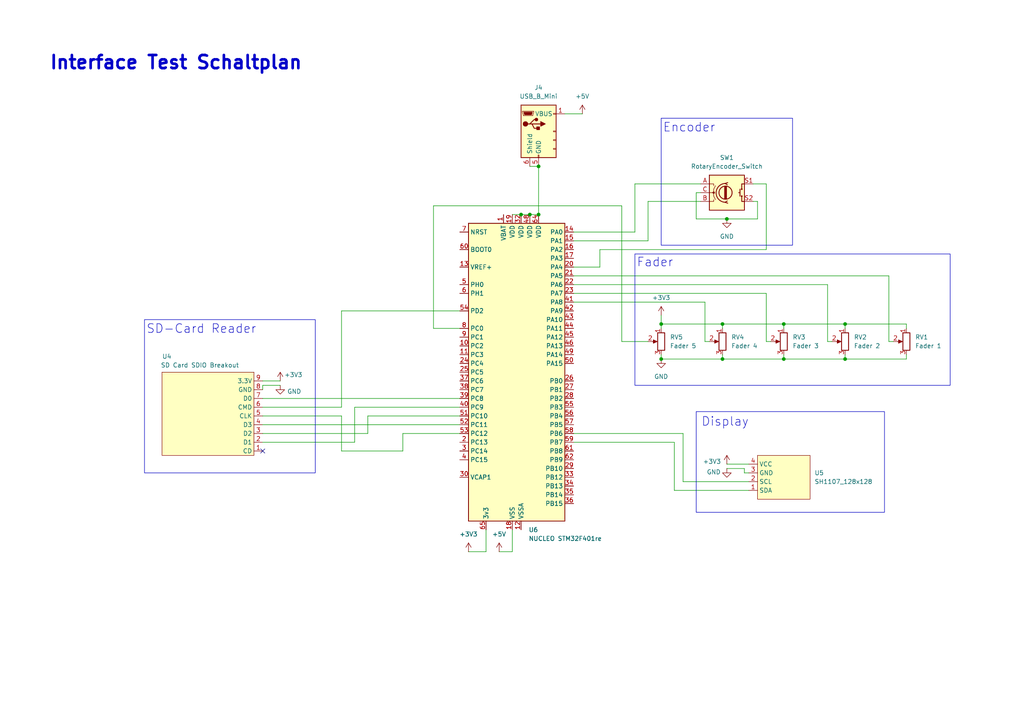
<source format=kicad_sch>
(kicad_sch (version 20231120) (generator "eeschema") (generator_version "8.0")
  (paper "A4")
  (lib_symbols
    (symbol "Connector:USB_B_Mini" (pin_names (offset 1.016))
      (property "Reference" "J1" (at 0 12.7 0))
      (property "Value" "USB_B_Mini" (at 0 10.16 0))
      (symbol "USB_B_Mini_0_1"
        (rectangle (start -5.08 7.62) (end 5.08 -7.62) (stroke (width 0.254)) (fill (type background)))
        (circle (center -3.81 2.159) (radius 0.635) (stroke (width 0.254)) (fill (type outline)))
        (circle (center -0.635 3.429) (radius 0.381) (stroke (width 0.254)) (fill (type outline)))
        (rectangle (start -0.127 -7.62) (end 0.127 -6.858))
        (polyline (pts (xy -1.905 2.159) (xy 0.635 2.159)) (stroke (width 0.254)))
        (polyline (pts (xy -3.175 2.159) (xy -2.54 2.159) (xy -1.27 3.429) (xy -0.635 3.429)) (stroke (width 0.254)))
        (polyline (pts (xy -2.54 2.159) (xy -1.905 2.159) (xy -1.27 0.889) (xy 0 0.889)) (stroke (width 0.254)))
        (polyline (pts (xy 0.635 2.794) (xy 0.635 1.524) (xy 1.905 2.159) (xy 0.635 2.794)) (stroke (width 0.254)) (fill (type outline)))
        (polyline (pts (xy -4.318 5.588) (xy -1.778 5.588) (xy -2.032 4.826) (xy -4.064 4.826) (xy -4.318 5.588)) (fill (type outline)))
        (polyline (pts (xy -4.699 5.842) (xy -4.699 5.588) (xy -4.445 4.826) (xy -4.445 4.572) (xy -1.651 4.572) (xy -1.651 4.826) (xy -1.397 5.588) (xy -1.397 5.842) (xy -4.699 5.842)))
        (rectangle (start 0.254 1.27) (end -0.508 0.508) (stroke (width 0.254)) (fill (type outline)))
        (rectangle (start 5.08 -5.207) (end 4.318 -4.953))
        (rectangle (start 5.08 -2.667) (end 4.318 -2.413))
        (rectangle (start 5.08 -0.127) (end 4.318 0.127))
        (rectangle (start 5.08 4.953) (end 4.318 5.207))
      )
      (symbol "USB_B_Mini_1_1"
        (pin power_out line (at 7.62 5.08 180) (length 2.54) (name "VBUS") (number "1"))
        (pin power_out line (at 0 -10.16 90) (length 2.54) (name "GND") (number "5"))
        (pin passive line (at -2.54 -10.16 90) (length 2.54) (name "Shield") (number "6"))
      )
    )
    (symbol "Device:R_Potentiometer" (pin_names (offset 1.016) hide)
      (property "Reference" "RV" (at -4.445 0 90))
      (property "Value" "R_Potentiometer" (at -2.54 0 90))
      (symbol "R_Potentiometer_0_1"
        (polyline (pts (xy 2.54 0) (xy 1.524 0)))
        (polyline (pts (xy 1.143 0) (xy 2.286 0.508) (xy 2.286 -0.508) (xy 1.143 0)) (fill (type outline)))
        (rectangle (start 1.016 2.54) (end -1.016 -2.54) (stroke (width 0.254)))
      )
      (symbol "R_Potentiometer_1_1"
        (pin passive line (at 0 3.81 270) (length 1.27) (name "1") (number "1"))
        (pin passive line (at 3.81 0 180) (length 1.27) (name "2") (number "2"))
        (pin passive line (at 0 -3.81 90) (length 1.27) (name "3") (number "3"))
      )
    )
    (symbol "Device:RotaryEncoder_Switch" (pin_names (offset 0.254) hide)
      (property "Reference" "SW" (at 0 6.604 0))
      (property "Value" "RotaryEncoder_Switch" (at 0 -6.604 0))
      (symbol "RotaryEncoder_Switch_0_1"
        (rectangle (start -5.08 5.08) (end 5.08 -5.08) (stroke (width 0.254)) (fill (type background)))
        (circle (center -3.81 0) (radius 0.254) (fill (type outline)))
        (circle (center -0.381 0) (radius 1.905) (stroke (width 0.254)))
        (arc (start -0.381 2.667) (mid -3.0988 -0.0635) (end -0.381 -2.794) (stroke (width 0.254)))
        (polyline (pts (xy -0.635 -1.778) (xy -0.635 1.778)) (stroke (width 0.254)))
        (polyline (pts (xy -0.381 -1.778) (xy -0.381 1.778)) (stroke (width 0.254)))
        (polyline (pts (xy -0.127 1.778) (xy -0.127 -1.778)) (stroke (width 0.254)))
        (polyline (pts (xy 3.81 0) (xy 3.429 0)) (stroke (width 0.254)))
        (polyline (pts (xy 3.81 1.016) (xy 3.81 -1.016)) (stroke (width 0.254)))
        (polyline (pts (xy -5.08 -2.54) (xy -3.81 -2.54) (xy -3.81 -2.032)))
        (polyline (pts (xy -5.08 2.54) (xy -3.81 2.54) (xy -3.81 2.032)))
        (polyline (pts (xy 0.254 -3.048) (xy -0.508 -2.794) (xy 0.127 -2.413)) (stroke (width 0.254)))
        (polyline (pts (xy 0.254 2.921) (xy -0.508 2.667) (xy 0.127 2.286)) (stroke (width 0.254)))
        (polyline (pts (xy 5.08 -2.54) (xy 4.318 -2.54) (xy 4.318 -1.016)) (stroke (width 0.254)))
        (polyline (pts (xy 5.08 2.54) (xy 4.318 2.54) (xy 4.318 1.016)) (stroke (width 0.254)))
        (polyline (pts (xy -5.08 0) (xy -3.81 0) (xy -3.81 -1.016) (xy -3.302 -2.032)))
        (polyline (pts (xy -4.318 0) (xy -3.81 0) (xy -3.81 1.016) (xy -3.302 2.032)))
        (circle (center 4.318 -1.016) (radius 0.127) (stroke (width 0.254)))
        (circle (center 4.318 1.016) (radius 0.127) (stroke (width 0.254)))
      )
      (symbol "RotaryEncoder_Switch_1_1"
        (pin passive line (at -7.62 2.54 0) (length 2.54) (name "A") (number "A"))
        (pin passive line (at -7.62 -2.54 0) (length 2.54) (name "B") (number "B"))
        (pin passive line (at -7.62 0 0) (length 2.54) (name "C") (number "C"))
        (pin passive line (at 7.62 2.54 180) (length 2.54) (name "S1") (number "S1"))
        (pin passive line (at 7.62 -2.54 180) (length 2.54) (name "S2") (number "S2"))
      )
    )
    (symbol "MCU_ST_STM32F4:STM32F401RETx"
      (property "Reference" "U1" (at 4.7341 -45.72 0))
      (property "Value" "NUCLEO STM32F401re" (at 4.7341 -48.26 0))
      (symbol "STM32F401RETx_0_1"
        (rectangle (start -12.7 43.18) (end 15.24 -43.18) (stroke (width 0.254)) (fill (type background)))
      )
      (symbol "STM32F401RETx_1_1"
        (pin power_in line (at -2.54 45.72 270) (length 2.54) (name "VBAT") (number "1"))
        (pin bidirectional line (at -15.24 7.62 0) (length 2.54) (name "PC2") (number "10"))
        (pin bidirectional line (at -15.24 5.08 0) (length 2.54) (name "PC3") (number "11"))
        (pin power_in line (at 2.54 -45.72 90) (length 2.54) (name "VSSA") (number "12"))
        (pin input line (at -15.24 30.48 0) (length 2.54) (name "VREF+") (number "13"))
        (pin bidirectional line (at 17.78 40.64 180) (length 2.54) (name "PA0") (number "14"))
        (pin bidirectional line (at 17.78 38.1 180) (length 2.54) (name "PA1") (number "15"))
        (pin bidirectional line (at 17.78 35.56 180) (length 2.54) (name "PA2") (number "16"))
        (pin bidirectional line (at 17.78 33.02 180) (length 2.54) (name "PA3") (number "17"))
        (pin power_in line (at 0 -45.72 90) (length 2.54) (name "VSS") (number "18"))
        (pin power_in line (at 0 45.72 270) (length 2.54) (name "VDD") (number "19"))
        (pin bidirectional line (at -15.24 -20.32 0) (length 2.54) (name "PC13") (number "2"))
        (pin bidirectional line (at 17.78 30.48 180) (length 2.54) (name "PA4") (number "20"))
        (pin bidirectional line (at 17.78 27.94 180) (length 2.54) (name "PA5") (number "21"))
        (pin bidirectional line (at 17.78 25.4 180) (length 2.54) (name "PA6") (number "22"))
        (pin bidirectional line (at 17.78 22.86 180) (length 2.54) (name "PA7") (number "23"))
        (pin bidirectional line (at -15.24 2.54 0) (length 2.54) (name "PC4") (number "24"))
        (pin bidirectional line (at -15.24 0 0) (length 2.54) (name "PC5") (number "25"))
        (pin bidirectional line (at 17.78 -2.54 180) (length 2.54) (name "PB0") (number "26"))
        (pin bidirectional line (at 17.78 -5.08 180) (length 2.54) (name "PB1") (number "27"))
        (pin bidirectional line (at 17.78 -7.62 180) (length 2.54) (name "PB2") (number "28"))
        (pin bidirectional line (at 17.78 -27.94 180) (length 2.54) (name "PB10") (number "29"))
        (pin bidirectional line (at -15.24 -22.86 0) (length 2.54) (name "PC14") (number "3"))
        (pin power_out line (at -15.24 -30.48 0) (length 2.54) (name "VCAP1") (number "30"))
        (pin passive line (at 0 -45.72 90) (length 2.54) hide (name "VSS") (number "31"))
        (pin power_in line (at 2.54 45.72 270) (length 2.54) (name "VDD") (number "32"))
        (pin bidirectional line (at 17.78 -30.48 180) (length 2.54) (name "PB12") (number "33"))
        (pin bidirectional line (at 17.78 -33.02 180) (length 2.54) (name "PB13") (number "34"))
        (pin bidirectional line (at 17.78 -35.56 180) (length 2.54) (name "PB14") (number "35"))
        (pin bidirectional line (at 17.78 -38.1 180) (length 2.54) (name "PB15") (number "36"))
        (pin bidirectional line (at -15.24 -2.54 0) (length 2.54) (name "PC6") (number "37"))
        (pin bidirectional line (at -15.24 -5.08 0) (length 2.54) (name "PC7") (number "38"))
        (pin bidirectional line (at -15.24 -7.62 0) (length 2.54) (name "PC8") (number "39"))
        (pin bidirectional line (at -15.24 -25.4 0) (length 2.54) (name "PC15") (number "4"))
        (pin bidirectional line (at -15.24 -10.16 0) (length 2.54) (name "PC9") (number "40"))
        (pin bidirectional line (at 17.78 20.32 180) (length 2.54) (name "PA8") (number "41"))
        (pin bidirectional line (at 17.78 17.78 180) (length 2.54) (name "PA9") (number "42"))
        (pin bidirectional line (at 17.78 15.24 180) (length 2.54) (name "PA10") (number "43"))
        (pin bidirectional line (at 17.78 12.7 180) (length 2.54) (name "PA11") (number "44"))
        (pin bidirectional line (at 17.78 10.16 180) (length 2.54) (name "PA12") (number "45"))
        (pin bidirectional line (at 17.78 7.62 180) (length 2.54) (name "PA13") (number "46"))
        (pin passive line (at 0 -45.72 90) (length 2.54) hide (name "VSS") (number "47"))
        (pin power_in line (at 5.08 45.72 270) (length 2.54) (name "VDD") (number "48"))
        (pin bidirectional line (at 17.78 5.08 180) (length 2.54) (name "PA14") (number "49"))
        (pin bidirectional line (at -15.24 25.4 0) (length 2.54) (name "PH0") (number "5"))
        (pin bidirectional line (at 17.78 2.54 180) (length 2.54) (name "PA15") (number "50"))
        (pin bidirectional line (at -15.24 -12.7 0) (length 2.54) (name "PC10") (number "51"))
        (pin bidirectional line (at -15.24 -15.24 0) (length 2.54) (name "PC11") (number "52"))
        (pin bidirectional line (at -15.24 -17.78 0) (length 2.54) (name "PC12") (number "53"))
        (pin bidirectional line (at -15.24 17.78 0) (length 2.54) (name "PD2") (number "54"))
        (pin bidirectional line (at 17.78 -10.16 180) (length 2.54) (name "PB3") (number "55"))
        (pin bidirectional line (at 17.78 -12.7 180) (length 2.54) (name "PB4") (number "56"))
        (pin bidirectional line (at 17.78 -15.24 180) (length 2.54) (name "PB5") (number "57"))
        (pin bidirectional line (at 17.78 -17.78 180) (length 2.54) (name "PB6") (number "58"))
        (pin bidirectional line (at 17.78 -20.32 180) (length 2.54) (name "PB7") (number "59"))
        (pin bidirectional line (at -15.24 22.86 0) (length 2.54) (name "PH1") (number "6"))
        (pin input line (at -15.24 35.56 0) (length 2.54) (name "BOOT0") (number "60"))
        (pin bidirectional line (at 17.78 -22.86 180) (length 2.54) (name "PB8") (number "61"))
        (pin bidirectional line (at 17.78 -25.4 180) (length 2.54) (name "PB9") (number "62"))
        (pin passive line (at 0 -45.72 90) (length 2.54) hide (name "VSS") (number "63"))
        (pin power_in line (at 7.62 45.72 270) (length 2.54) (name "VDD") (number "64"))
        (pin power_out line (at -7.62 -45.72 90) (length 2.54) (name "3v3") (number "65"))
        (pin input line (at -15.24 40.64 0) (length 2.54) (name "NRST") (number "7"))
        (pin bidirectional line (at -15.24 12.7 0) (length 2.54) (name "PC0") (number "8"))
        (pin bidirectional line (at -15.24 10.16 0) (length 2.54) (name "PC1") (number "9"))
      )
    )
    (symbol "New_Library:128x128Display"
      (property "Reference" "U" (at 0.508 11.176 0))
      (property "Value" "SH1107_128x128" (at 8.128 9.144 0))
      (symbol "128x128Display_1_1"
        (rectangle (start 0 7.62) (end 15.24 -5.08) (fill (type background)))
        (pin input line (at -2.54 -2.54 0) (length 2.54) (name "SDA") (number "1"))
        (pin input line (at -2.54 0 0) (length 2.54) (name "SCL") (number "2"))
        (pin power_in line (at -2.54 2.54 0) (length 2.54) (name "GND") (number "3"))
        (pin power_in line (at -2.54 5.08 0) (length 2.54) (name "VCC") (number "4"))
      )
    )
    (symbol "New_Library:Waveshare_SD_Card_Breakout"
      (property "Reference" "U" (at -12.192 16.51 0))
      (property "Value" "SD Card SDIO Breakout" (at -1.524 14.224 0))
      (symbol "Waveshare_SD_Card_Breakout_1_1"
        (rectangle (start -12.7 12.7) (end 13.97 -11.43) (fill (type background)))
        (pin output line (at -15.24 -10.16 0) (length 2.54) (name "CD") (number "1"))
        (pin bidirectional line (at -15.24 -7.62 0) (length 2.54) (name "D1") (number "2"))
        (pin bidirectional line (at -15.24 -5.08 0) (length 2.54) (name "D2") (number "3"))
        (pin bidirectional line (at -15.24 -2.54 0) (length 2.54) (name "D3") (number "4"))
        (pin input line (at -15.24 0 0) (length 2.54) (name "CLK") (number "5"))
        (pin input line (at -15.24 2.54 0) (length 2.54) (name "CMD") (number "6"))
        (pin bidirectional line (at -15.24 5.08 0) (length 2.54) (name "D0") (number "7"))
        (pin power_in line (at -15.24 7.62 0) (length 2.54) (name "GND") (number "8"))
        (pin power_in line (at -15.24 10.16 0) (length 2.54) (name "3.3V") (number "9"))
      )
    )
    (symbol "power:+3V3" (power) (pin_numbers hide) (pin_names (offset 0) hide)
      (property "Value" "+3V3" (at 0 3.556 0))
      (symbol "+3V3_0_1"
        (polyline (pts (xy -0.762 1.27) (xy 0 2.54)))
        (polyline (pts (xy 0 0) (xy 0 2.54)))
        (polyline (pts (xy 0 2.54) (xy 0.762 1.27)))
      )
      (symbol "+3V3_1_1"
        (pin power_in line (at 0 0 90) (length 0) (name "~") (number "1"))
      )
    )
    (symbol "power:+5V" (power) (pin_numbers hide) (pin_names (offset 0) hide)
      (property "Value" "+5V" (at 0 3.556 0))
      (symbol "+5V_0_1"
        (polyline (pts (xy -0.762 1.27) (xy 0 2.54)))
        (polyline (pts (xy 0 0) (xy 0 2.54)))
        (polyline (pts (xy 0 2.54) (xy 0.762 1.27)))
      )
      (symbol "+5V_1_1"
        (pin power_in line (at 0 0 90) (length 0) (name "~") (number "1"))
      )
    )
    (symbol "power:GND" (power) (pin_numbers hide) (pin_names (offset 0) hide)
      (property "Value" "GND" (at 0 -3.81 0))
      (symbol "GND_0_1"
        (polyline (pts (xy 0 0) (xy 0 -1.27) (xy 1.27 -1.27) (xy 0 -2.54) (xy -1.27 -1.27) (xy 0 -1.27)))
      )
      (symbol "GND_1_1"
        (pin power_in line (at 0 0 270) (length 0) (name "~") (number "1"))
      )
    )
  )
  (junction (at 209.55 104.14))
  (junction (at 151.13 62.23))
  (junction (at 227.33 93.98))
  (junction (at 156.21 62.23))
  (junction (at 191.77 93.98))
  (junction (at 245.11 104.14))
  (junction (at 153.67 62.23))
  (junction (at 209.55 93.98))
  (junction (at 245.11 93.98))
  (junction (at 156.21 48.26))
  (junction (at 191.77 104.14))
  (junction (at 227.33 104.14))
  (junction (at 210.82 63.5))
  (no_connect (at 76.2 130.81))
  (wire (pts (xy 153.67 62.23) (xy 151.13 62.23)))
  (wire (pts (xy 210.82 135.89) (xy 215.9 135.89)))
  (wire (pts (xy 166.37 69.85) (xy 187.96 69.85)))
  (wire (pts (xy 133.35 120.65) (xy 106.68 120.65)))
  (wire (pts (xy 227.33 104.14) (xy 209.55 104.14)))
  (wire (pts (xy 125.73 59.69) (xy 180.34 59.69)))
  (wire (pts (xy 133.35 90.17) (xy 99.06 90.17)))
  (wire (pts (xy 156.21 62.23) (xy 153.67 62.23)))
  (wire (pts (xy 180.34 59.69) (xy 180.34 99.06)))
  (wire (pts (xy 222.25 53.34) (xy 222.25 72.39)))
  (wire (pts (xy 201.93 55.88) (xy 201.93 63.5)))
  (wire (pts (xy 99.06 130.81) (xy 99.06 120.65)))
  (wire (pts (xy 99.06 120.65) (xy 76.2 120.65)))
  (wire (pts (xy 209.55 93.98) (xy 191.77 93.98)))
  (wire (pts (xy 203.2 53.34) (xy 184.15 53.34)))
  (wire (pts (xy 203.2 58.42) (xy 187.96 58.42)))
  (wire (pts (xy 166.37 82.55) (xy 240.03 82.55)))
  (wire (pts (xy 116.84 125.73) (xy 116.84 130.81)))
  (wire (pts (xy 210.82 134.62) (xy 217.17 134.62)))
  (wire (pts (xy 99.06 118.11) (xy 76.2 118.11)))
  (wire (pts (xy 262.89 93.98) (xy 245.11 93.98)))
  (wire (pts (xy 204.47 87.63) (xy 204.47 99.06)))
  (wire (pts (xy 125.73 95.25) (xy 125.73 59.69)))
  (wire (pts (xy 245.11 93.98) (xy 245.11 95.25)))
  (wire (pts (xy 195.58 128.27) (xy 166.37 128.27)))
  (wire (pts (xy 102.87 118.11) (xy 102.87 128.27)))
  (wire (pts (xy 151.13 62.23) (xy 148.59 62.23)))
  (wire (pts (xy 257.81 80.01) (xy 257.81 99.06)))
  (wire (pts (xy 227.33 102.87) (xy 227.33 104.14)))
  (wire (pts (xy 209.55 102.87) (xy 209.55 104.14)))
  (wire (pts (xy 218.44 53.34) (xy 222.25 53.34)))
  (wire (pts (xy 184.15 67.31) (xy 166.37 67.31)))
  (wire (pts (xy 262.89 104.14) (xy 245.11 104.14)))
  (wire (pts (xy 76.2 123.19) (xy 133.35 123.19)))
  (wire (pts (xy 204.47 99.06) (xy 205.74 99.06)))
  (wire (pts (xy 76.2 110.49) (xy 81.28 110.49)))
  (wire (pts (xy 198.12 139.7) (xy 217.17 139.7)))
  (wire (pts (xy 227.33 93.98) (xy 209.55 93.98)))
  (wire (pts (xy 166.37 85.09) (xy 222.25 85.09)))
  (wire (pts (xy 106.68 125.73) (xy 76.2 125.73)))
  (wire (pts (xy 184.15 53.34) (xy 184.15 67.31)))
  (wire (pts (xy 240.03 99.06) (xy 241.3 99.06)))
  (wire (pts (xy 76.2 111.76) (xy 81.28 111.76)))
  (wire (pts (xy 106.68 120.65) (xy 106.68 125.73)))
  (wire (pts (xy 215.9 137.16) (xy 217.17 137.16)))
  (wire (pts (xy 133.35 95.25) (xy 125.73 95.25)))
  (wire (pts (xy 262.89 102.87) (xy 262.89 104.14)))
  (wire (pts (xy 173.99 72.39) (xy 173.99 77.47)))
  (wire (pts (xy 219.71 58.42) (xy 218.44 58.42)))
  (wire (pts (xy 195.58 142.24) (xy 195.58 128.27)))
  (wire (pts (xy 133.35 125.73) (xy 116.84 125.73)))
  (wire (pts (xy 191.77 93.98) (xy 191.77 95.25)))
  (wire (pts (xy 245.11 102.87) (xy 245.11 104.14)))
  (wire (pts (xy 116.84 130.81) (xy 99.06 130.81)))
  (wire (pts (xy 222.25 99.06) (xy 223.52 99.06)))
  (wire (pts (xy 215.9 135.89) (xy 215.9 137.16)))
  (wire (pts (xy 133.35 118.11) (xy 102.87 118.11)))
  (wire (pts (xy 148.59 160.02) (xy 144.78 160.02)))
  (wire (pts (xy 227.33 93.98) (xy 227.33 95.25)))
  (wire (pts (xy 198.12 139.7) (xy 198.12 125.73)))
  (wire (pts (xy 153.67 48.26) (xy 156.21 48.26)))
  (wire (pts (xy 156.21 48.26) (xy 156.21 62.23)))
  (wire (pts (xy 76.2 115.57) (xy 133.35 115.57)))
  (wire (pts (xy 245.11 104.14) (xy 227.33 104.14)))
  (wire (pts (xy 173.99 77.47) (xy 166.37 77.47)))
  (wire (pts (xy 76.2 111.76) (xy 76.2 113.03)))
  (wire (pts (xy 102.87 128.27) (xy 76.2 128.27)))
  (wire (pts (xy 140.97 160.02) (xy 135.89 160.02)))
  (wire (pts (xy 187.96 99.06) (xy 180.34 99.06)))
  (wire (pts (xy 219.71 63.5) (xy 219.71 58.42)))
  (wire (pts (xy 195.58 142.24) (xy 217.17 142.24)))
  (wire (pts (xy 140.97 153.67) (xy 140.97 160.02)))
  (wire (pts (xy 198.12 125.73) (xy 166.37 125.73)))
  (wire (pts (xy 222.25 85.09) (xy 222.25 99.06)))
  (wire (pts (xy 148.59 153.67) (xy 148.59 160.02)))
  (wire (pts (xy 191.77 91.44) (xy 191.77 93.98)))
  (wire (pts (xy 209.55 93.98) (xy 209.55 95.25)))
  (wire (pts (xy 201.93 63.5) (xy 210.82 63.5)))
  (wire (pts (xy 257.81 99.06) (xy 259.08 99.06)))
  (wire (pts (xy 209.55 104.14) (xy 191.77 104.14)))
  (wire (pts (xy 191.77 102.87) (xy 191.77 104.14)))
  (wire (pts (xy 245.11 93.98) (xy 227.33 93.98)))
  (wire (pts (xy 166.37 87.63) (xy 204.47 87.63)))
  (wire (pts (xy 166.37 80.01) (xy 257.81 80.01)))
  (wire (pts (xy 262.89 95.25) (xy 262.89 93.98)))
  (wire (pts (xy 163.83 33.02) (xy 168.91 33.02)))
  (wire (pts (xy 99.06 90.17) (xy 99.06 118.11)))
  (wire (pts (xy 240.03 82.55) (xy 240.03 99.06)))
  (wire (pts (xy 219.71 63.5) (xy 210.82 63.5)))
  (wire (pts (xy 203.2 55.88) (xy 201.93 55.88)))
  (wire (pts (xy 187.96 58.42) (xy 187.96 69.85)))
  (wire (pts (xy 222.25 72.39) (xy 173.99 72.39)))
  (rectangle (start 191.77 34.29) (end 229.87 71.12))
  (rectangle (start 41.91 92.71) (end 91.44 137.16))
  (rectangle (start 184.15 73.66) (end 275.59 111.76))
  (rectangle (start 201.93 119.38) (end 256.54 148.59))
  (text "Encoder" (at 199.898 37.084 0) (effects (font (size 2.54 2.54))))
  (text "Interface Test Schaltplan" (at 51.054 18.288 0) (effects (font (size 3.81 3.81) (thickness 0.762) (bold yes))))
  (text "Display" (at 210.312 122.428 0) (effects (font (size 2.54 2.54))))
  (text "SD-Card Reader" (at 58.42 95.504 0) (effects (font (size 2.54 2.54))))
  (text "Fader" (at 189.992 76.2 0) (effects (font (size 2.54 2.54))))
  (symbol (lib_id "Device:R_Potentiometer") (at 191.77 99.06 0) (mirror y) (unit 1)
    (property "Reference" "RV5" (at 194.31 97.7899 0) (effects (justify right)))
    (property "Value" "Fader 5" (at 194.31 100.3299 0) (effects (justify right)))
    (property "Description" "Potentiometer" (effects (hide yes)))
  )
  (symbol (lib_id "Device:R_Potentiometer") (at 227.33 99.06 0) (mirror y) (unit 1)
    (property "Reference" "RV3" (at 229.87 97.7899 0) (effects (justify right)))
    (property "Value" "Fader 3" (at 229.87 100.3299 0) (effects (justify right)))
    (property "Description" "Potentiometer" (effects (hide yes)))
  )
  (symbol (lib_id "New_Library:Waveshare_SD_Card_Breakout") (at 60.96 120.65 0) (mirror y) (unit 1)
    (property "Reference" "U4" (at 49.784 103.378 0) (effects (justify left)))
    (property "Value" "SD Card SDIO Breakout" (at 69.342 105.918 0) (effects (justify left)))
  )
  (symbol (lib_id "Device:R_Potentiometer") (at 262.89 99.06 0) (mirror y) (unit 1)
    (property "Reference" "RV1" (at 265.43 97.7899 0) (effects (justify right)))
    (property "Value" "Fader 1" (at 265.43 100.3299 0) (effects (justify right)))
    (property "Description" "Potentiometer" (effects (hide yes)))
  )
  (symbol (lib_id "power:+3V3") (at 210.82 134.62 0) (unit 1)
    (property "Reference" "#PWR016" (effects (hide yes)))
    (property "Value" "+3V3" (at 206.502 133.858 0))
    (property "Description" "Power symbol creates a global label with name \"+3V3\"" (effects (hide yes)))
  )
  (symbol (lib_id "power:GND") (at 191.77 104.14 0) (mirror y) (unit 1)
    (property "Reference" "#PWR09" (effects (hide yes)))
    (property "Value" "GND" (at 191.77 109.22 0))
    (property "Description" "Power symbol creates a global label with name \"GND\" , ground" (effects (hide yes)))
  )
  (symbol (lib_id "power:GND") (at 210.82 135.89 0) (unit 1)
    (property "Reference" "#PWR017" (effects (hide yes)))
    (property "Value" "GND" (at 207.01 136.906 0))
    (property "Description" "Power symbol creates a global label with name \"GND\" , ground" (effects (hide yes)))
  )
  (symbol (lib_id "Device:R_Potentiometer") (at 209.55 99.06 0) (mirror y) (unit 1)
    (property "Reference" "RV4" (at 212.09 97.7899 0) (effects (justify right)))
    (property "Value" "Fader 4" (at 212.09 100.3299 0) (effects (justify right)))
    (property "Description" "Potentiometer" (effects (hide yes)))
  )
  (symbol (lib_id "power:GND") (at 210.82 63.5 0) (unit 1)
    (property "Reference" "#PWR010" (effects (hide yes)))
    (property "Value" "GND" (at 210.82 68.58 0))
    (property "Description" "Power symbol creates a global label with name \"GND\" , ground" (effects (hide yes)))
  )
  (symbol (lib_id "MCU_ST_STM32F4:STM32F401RETx") (at 148.59 107.95 0) (unit 1)
    (property "Reference" "U6" (at 153.3241 153.67 0) (effects (justify left)))
    (property "Value" "NUCLEO STM32F401re" (at 153.3241 156.21 0) (effects (justify left)))
    (property "Footprint" "Package_QFP:LQFP-64_10x10mm_P0.5mm" (effects (hide yes)))
    (property "Datasheet" "https://www.st.com/resource/en/datasheet/stm32f401re.pdf" (effects (hide yes)))
    (property "Description" "STMicroelectronics Arm Cortex-M4 MCU, 512KB flash, 96KB RAM, 84 MHz, 1.7-3.6V, 50 GPIO, LQFP64" (effects (hide yes)))
  )
  (symbol (lib_id "Connector:USB_B_Mini") (at 156.21 38.1 0) (unit 1)
    (property "Reference" "J4" (at 156.21 25.4 0))
    (property "Value" "USB_B_Mini" (at 156.21 27.94 0))
    (property "Description" "USB Mini Type B connector" (effects (hide yes)))
  )
  (symbol (lib_id "power:+5V") (at 144.78 160.02 0) (unit 1)
    (property "Reference" "#PWR013" (effects (hide yes)))
    (property "Value" "+5V" (at 144.78 154.94 0))
    (property "Description" "Power symbol creates a global label with name \"+5V\"" (effects (hide yes)))
  )
  (symbol (lib_id "Device:RotaryEncoder_Switch") (at 210.82 55.88 0) (unit 1)
    (property "Reference" "SW1" (at 210.82 45.72 0))
    (property "Value" "RotaryEncoder_Switch" (at 210.82 48.26 0))
    (property "Description" "Rotary encoder, dual channel, incremental quadrate outputs, with switch" (effects (hide yes)))
  )
  (symbol (lib_id "power:+3V3") (at 191.77 91.44 0) (mirror y) (unit 1)
    (property "Reference" "#PWR02" (effects (hide yes)))
    (property "Value" "+3V3" (at 191.77 86.36 0))
    (property "Description" "Power symbol creates a global label with name \"+3V3\"" (effects (hide yes)))
  )
  (symbol (lib_id "power:+5V") (at 168.91 33.02 0) (unit 1)
    (property "Reference" "#PWR014" (effects (hide yes)))
    (property "Value" "+5V" (at 168.91 27.94 0))
    (property "Description" "Power symbol creates a global label with name \"+5V\"" (effects (hide yes)))
  )
  (symbol (lib_id "Device:R_Potentiometer") (at 245.11 99.06 0) (mirror y) (unit 1)
    (property "Reference" "RV2" (at 247.65 97.7899 0) (effects (justify right)))
    (property "Value" "Fader 2" (at 247.65 100.3299 0) (effects (justify right)))
    (property "Description" "Potentiometer" (effects (hide yes)))
  )
  (symbol (lib_id "power:+3V3") (at 81.28 110.49 0) (unit 1)
    (property "Reference" "#PWR011" (effects (hide yes)))
    (property "Value" "+3V3" (at 85.09 108.712 0))
    (property "Description" "Power symbol creates a global label with name \"+3V3\"" (effects (hide yes)))
  )
  (symbol (lib_id "New_Library:128x128Display") (at 219.71 139.7 0) (unit 1)
    (property "Reference" "U5" (at 236.22 137.1599 0) (effects (justify left)))
    (property "Value" "SH1107_128x128" (at 236.22 139.6999 0) (effects (justify left)))
  )
  (symbol (lib_id "power:GND") (at 81.28 111.76 0) (unit 1)
    (property "Reference" "#PWR015" (effects (hide yes)))
    (property "Value" "GND" (at 85.344 113.538 0))
    (property "Description" "Power symbol creates a global label with name \"GND\" , ground" (effects (hide yes)))
  )
  (symbol (lib_id "power:+3V3") (at 135.89 160.02 0) (unit 1)
    (property "Reference" "#PWR012" (effects (hide yes)))
    (property "Value" "+3V3" (at 135.89 154.94 0))
    (property "Description" "Power symbol creates a global label with name \"+3V3\"" (effects (hide yes)))
  )
)
</source>
